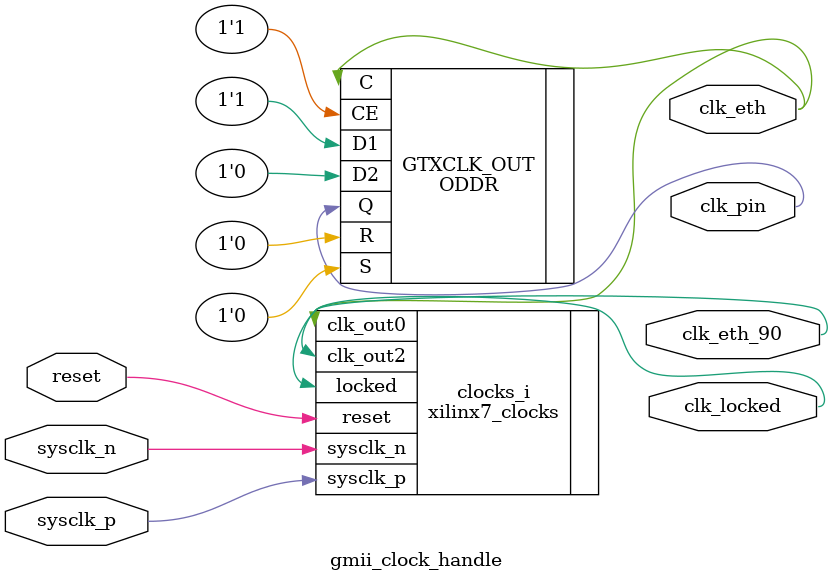
<source format=v>
module gmii_clock_handle(
	input sysclk_p,
	input sysclk_n,
	input reset,
	output clk_eth,  // 125 MHz
	output clk_eth_90,
	output clk_pin,  // output pin to PHY
	output clk_locked
);

// 200 MHz clock in x5, then divide by 8 to get clk_eth (tx_clk)
xilinx7_clocks #(
	.CLKIN_PERIOD(5), // SYSCLK = 200MHz
	.MULT     (5),  // 200 MHz X 5 = 1 GHz
	.DIV0     (8),  // 1 GHz / 8 = 125 MHz
	.DIV1     (5)   // 1 GHz / 5 = 200 MHz
) clocks_i(
	.sysclk_p (sysclk_p),
	.sysclk_n (sysclk_n),
	.reset    (reset),
	.clk_out0 (clk_eth),
	.clk_out2 (clk_eth_90),
	.locked   (clk_locked)
);

// GMII_GTK_CLK output pin is what actually drives the PHY for Tx
ODDR GTXCLK_OUT(
	.Q(clk_pin),
	.C(clk_eth),
	.CE(1'b1),
	.D1(1'b1),
	.D2(1'b0),
	.R(1'b0),
	.S(1'b0)
);

endmodule

</source>
